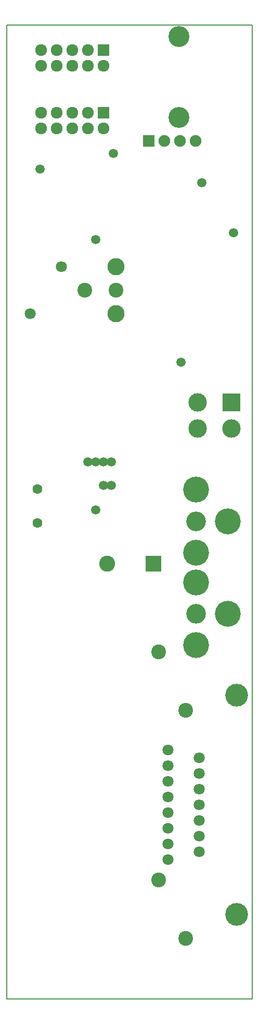
<source format=gbr>
G04 #@! TF.GenerationSoftware,KiCad,Pcbnew,(5.0.0-rc2-dev-586-g888c43477)*
G04 #@! TF.CreationDate,2018-06-27T13:15:06+02:00*
G04 #@! TF.ProjectId,resetUSB,72657365745553422E6B696361645F70,1.0*
G04 #@! TF.SameCoordinates,PX6ad8e7cPY2bcdfd4*
G04 #@! TF.FileFunction,Soldermask,Bot*
G04 #@! TF.FilePolarity,Negative*
%FSLAX46Y46*%
G04 Gerber Fmt 4.6, Leading zero omitted, Abs format (unit mm)*
G04 Created by KiCad (PCBNEW (5.0.0-rc2-dev-586-g888c43477)) date 06/27/18 13:15:06*
%MOMM*%
%LPD*%
G01*
G04 APERTURE LIST*
%ADD10C,0.150000*%
%ADD11C,0.200000*%
%ADD12C,3.700000*%
%ADD13C,2.600000*%
%ADD14R,2.600000X2.600000*%
%ADD15C,1.800000*%
%ADD16C,2.400000*%
%ADD17C,2.800000*%
%ADD18C,1.600000*%
%ADD19O,1.927200X1.927200*%
%ADD20R,1.927200X1.927200*%
%ADD21C,4.200000*%
%ADD22C,3.200000*%
%ADD23C,3.000000*%
%ADD24R,3.000000X3.000000*%
%ADD25C,3.400000*%
%ADD26R,1.900000X1.900000*%
%ADD27O,1.900000X1.900000*%
%ADD28C,1.500000*%
G04 APERTURE END LIST*
D10*
X40000000Y-158000000D02*
X40000000Y0D01*
X0Y-158000000D02*
X40000000Y-158000000D01*
D11*
X0Y0D02*
X0Y-158000000D01*
X40000000Y0D02*
X0Y0D01*
D12*
X37444500Y-108750000D03*
X37444500Y-144250000D03*
D13*
X16376000Y-87392000D03*
D14*
X23876000Y-87392000D03*
D15*
X3820000Y-46810000D03*
X8900000Y-39190000D03*
D16*
X12710000Y-43000000D03*
X17790000Y-43000000D03*
D17*
X17790000Y-46810000D03*
X17790000Y-39190000D03*
D18*
X5000000Y-80750000D03*
X5000000Y-75250000D03*
D19*
X5588000Y-16764000D03*
X5588000Y-14224000D03*
X8128000Y-16764000D03*
X8128000Y-14224000D03*
X10668000Y-16764000D03*
X10668000Y-14224000D03*
X13208000Y-16764000D03*
X13208000Y-14224000D03*
X15748000Y-16764000D03*
D20*
X15748000Y-14224000D03*
D19*
X5588000Y-6604000D03*
X5588000Y-4064000D03*
X8128000Y-6604000D03*
X8128000Y-4064000D03*
X10668000Y-6604000D03*
X10668000Y-4064000D03*
X13208000Y-6604000D03*
X13208000Y-4064000D03*
X15748000Y-6604000D03*
D20*
X15748000Y-4064000D03*
D21*
X35936500Y-80492000D03*
D22*
X30836500Y-80492000D03*
D21*
X30836500Y-85592000D03*
X30836500Y-75392000D03*
X30836500Y-90392000D03*
X30836500Y-100592000D03*
D22*
X30836500Y-95492000D03*
D21*
X35936500Y-95492000D03*
D15*
X26244500Y-135385000D03*
X26244500Y-132845000D03*
X26244500Y-130305000D03*
X26244500Y-127765000D03*
X26244500Y-125225000D03*
X26244500Y-122685000D03*
X26244500Y-120145000D03*
X26244500Y-117605000D03*
X31324500Y-134115000D03*
X31324500Y-131575000D03*
X31324500Y-129035000D03*
X31324500Y-118875000D03*
X31324500Y-121415000D03*
X31324500Y-123955000D03*
X31324500Y-126495000D03*
D16*
X24706500Y-101650000D03*
X29146500Y-111180000D03*
X24706500Y-138650000D03*
X29146500Y-148180000D03*
D23*
X31076000Y-65414000D03*
X31076000Y-61214000D03*
X36576000Y-65414000D03*
D24*
X36576000Y-61214000D03*
D25*
X28043500Y-1853500D03*
X28043500Y-14993500D03*
D26*
X23114000Y-18796000D03*
D27*
X25654000Y-18796000D03*
X28194000Y-18796000D03*
X30734000Y-18796000D03*
D28*
X17018000Y-70866000D03*
X15748000Y-70866000D03*
X14478000Y-70866000D03*
X13208000Y-70866000D03*
X28321000Y-54737000D03*
X5410200Y-23393400D03*
X14454500Y-78618000D03*
X36917498Y-33701500D03*
X17348800Y-20853600D03*
X31748859Y-25547541D03*
X14454207Y-34838191D03*
X17018000Y-74676000D03*
X15748000Y-74676000D03*
M02*

</source>
